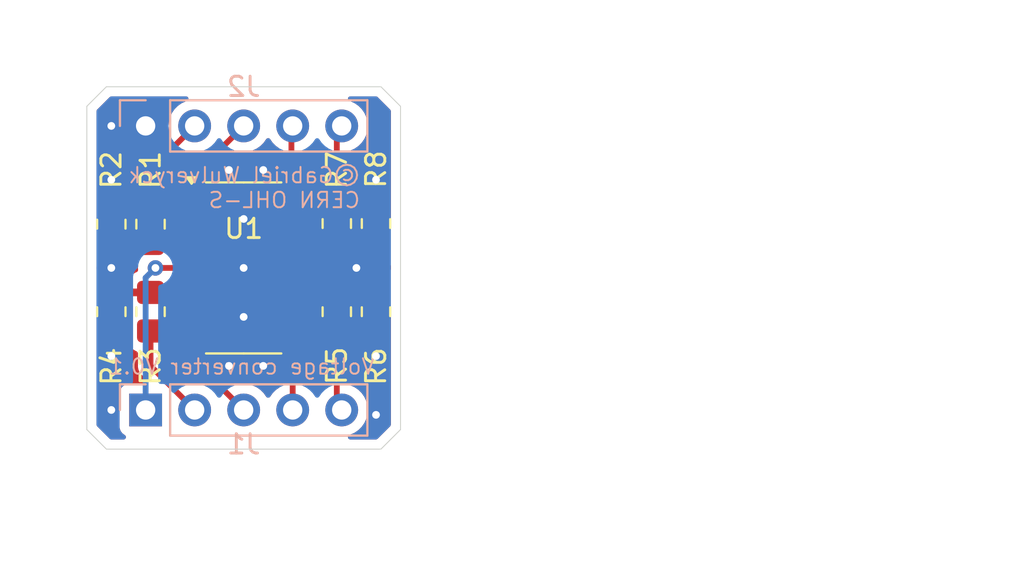
<source format=kicad_pcb>
(kicad_pcb (version 20240108) (generator "pcbnew") (generator_version "8.0")
  (layers (0 "F.Cu" signal) (31 "B.Cu" signal) (34 "B.Paste" user) (35 "F.Paste" user) (36 "B.SilkS" user "B.Silkscreen") (37 "F.SilkS" user "F.Silkscreen") (38 "B.Mask" user) (39 "F.Mask" user) (44 "Edge.Cuts" user))
  (net 0 "")
  (net 1 "VIN")
  (net 2 "GND")
  (net 3 "OUT_1")
  (net 4 "SNSR_IN_2")
  (net 5 "OUT_2")
  (net 6 "SNSR_IN_1")
  (net 7 "Net-(U1A-+)")
  (net 8 "Net-(U1B-+)")
  (net 9 "SNSR_IN_3")
  (net 10 "OUT_3")
  (net 11 "OUT_4")
  (net 12 "SNSR_IN_4")
  (net 13 "Net-(U1C-+)")
  (net 14 "Net-(U1D-+)")
  (footprint "Resistor_SMD:R_0805_2012Metric_Pad1.20x1.40mm_HandSolder" (layer "F.Cu") (at 106.934 90.408 -90)
    (property "Reference" "R5" (at 2.81 0 -90) (layer "F.SilkS"))
    (property "Value" "R")
    (fp_line (start -0.227064 0.735) (end 0.227064 0.735) (stroke (width 0.12)) (layer "F.SilkS"))
    (fp_line (start -0.227064 -0.735) (end 0.227064 -0.735) (stroke (width 0.12)) (layer "F.SilkS"))
    (pad "1" smd roundrect (at -1 0 270) (size 1.2 1.4) (layers "F.Cu" "F.Paste" "F.Mask") (roundrect_rratio 0.208333) (net 13 "Net-(U1C-+)"))
    (pad "2" smd roundrect (at 1 0 270) (size 1.2 1.4) (layers "F.Cu" "F.Paste" "F.Mask") (roundrect_rratio 0.208333) (net 9 "SNSR_IN_3"))
  )
  (footprint "Resistor_SMD:R_0805_2012Metric_Pad1.20x1.40mm_HandSolder" (layer "F.Cu") (at 95.25 85.868 -90)
    (property "Reference" "R2" (at -2.81 0 -90) (layer "F.SilkS"))
    (property "Value" "R")
    (fp_line (start -0.227064 0.735) (end 0.227064 0.735) (stroke (width 0.12)) (layer "F.SilkS"))
    (fp_line (start -0.227064 -0.735) (end 0.227064 -0.735) (stroke (width 0.12)) (layer "F.SilkS"))
    (pad "1" smd roundrect (at -1 0 270) (size 1.2 1.4) (layers "F.Cu" "F.Paste" "F.Mask") (roundrect_rratio 0.208333) (net 2 "GND"))
    (pad "2" smd roundrect (at 1 0 270) (size 1.2 1.4) (layers "F.Cu" "F.Paste" "F.Mask") (roundrect_rratio 0.208333) (net 7 "Net-(U1A-+)"))
  )
  (footprint "Resistor_SMD:R_0805_2012Metric_Pad1.20x1.40mm_HandSolder" (layer "F.Cu") (at 108.966 90.408 90)
    (property "Reference" "R6" (at -2.842 0 -90) (layer "F.SilkS"))
    (property "Value" "R")
    (fp_line (start -0.227064 -0.735) (end 0.227064 -0.735) (stroke (width 0.12)) (layer "F.SilkS"))
    (fp_line (start -0.227064 0.735) (end 0.227064 0.735) (stroke (width 0.12)) (layer "F.SilkS"))
    (pad "1" smd roundrect (at -1 0 90) (size 1.2 1.4) (layers "F.Cu" "F.Paste" "F.Mask") (roundrect_rratio 0.208333) (net 2 "GND"))
    (pad "2" smd roundrect (at 1 0 90) (size 1.2 1.4) (layers "F.Cu" "F.Paste" "F.Mask") (roundrect_rratio 0.208333) (net 13 "Net-(U1C-+)"))
  )
  (footprint "Resistor_SMD:R_0805_2012Metric_Pad1.20x1.40mm_HandSolder" (layer "F.Cu") (at 95.25 90.408 90)
    (property "Reference" "R4" (at -2.842 0 -90) (layer "F.SilkS"))
    (property "Value" "R")
    (fp_line (start -0.227064 -0.735) (end 0.227064 -0.735) (stroke (width 0.12)) (layer "F.SilkS"))
    (fp_line (start -0.227064 0.735) (end 0.227064 0.735) (stroke (width 0.12)) (layer "F.SilkS"))
    (pad "1" smd roundrect (at -1 0 90) (size 1.2 1.4) (layers "F.Cu" "F.Paste" "F.Mask") (roundrect_rratio 0.208333) (net 2 "GND"))
    (pad "2" smd roundrect (at 1 0 90) (size 1.2 1.4) (layers "F.Cu" "F.Paste" "F.Mask") (roundrect_rratio 0.208333) (net 8 "Net-(U1B-+)"))
  )
  (footprint "Package_SO:SOIC-14_3.9x8.7mm_P1.27mm" (layer "F.Cu") (at 102.108 88.138)
    (property "Reference" "U1" (at 0 -2.032 180) (layer "F.SilkS"))
    (property "Value" "LMV324")
    (fp_line (start 0 -4.435) (end -1.95 -4.435) (stroke (width 0.12)) (layer "F.SilkS"))
    (fp_line (start 0 -4.435) (end 1.95 -4.435) (stroke (width 0.12)) (layer "F.SilkS"))
    (fp_line (start 0 4.435) (end -1.95 4.435) (stroke (width 0.12)) (layer "F.SilkS"))
    (fp_line (start 0 4.435) (end 1.95 4.435) (stroke (width 0.12)) (layer "F.SilkS"))
    (fp_poly (pts (xy -2.7 -4.37) (xy -2.94 -4.7) (xy -2.46 -4.7) (xy -2.7 -4.37)) (stroke (width 0.12)) (fill solid) (layer "F.SilkS"))
    (pad "1" smd roundrect (at -2.475 -3.81) (size 1.95 0.6) (layers "F.Cu" "F.Paste" "F.Mask") (net 3 "OUT_1"))
    (pad "2" smd roundrect (at -2.475 -2.54) (size 1.95 0.6) (layers "F.Cu" "F.Paste" "F.Mask") (net 3 "OUT_1"))
    (pad "3" smd roundrect (at -2.475 -1.27) (size 1.95 0.6) (layers "F.Cu" "F.Paste" "F.Mask") (net 7 "Net-(U1A-+)"))
    (pad "4" smd roundrect (at -2.475 0) (size 1.95 0.6) (layers "F.Cu" "F.Paste" "F.Mask") (net 1 "VIN"))
    (pad "5" smd roundrect (at -2.475 1.27) (size 1.95 0.6) (layers "F.Cu" "F.Paste" "F.Mask") (net 8 "Net-(U1B-+)"))
    (pad "6" smd roundrect (at -2.475 2.54) (size 1.95 0.6) (layers "F.Cu" "F.Paste" "F.Mask") (net 5 "OUT_2"))
    (pad "7" smd roundrect (at -2.475 3.81) (size 1.95 0.6) (layers "F.Cu" "F.Paste" "F.Mask") (net 5 "OUT_2"))
    (pad "8" smd roundrect (at 2.475 3.81) (size 1.95 0.6) (layers "F.Cu" "F.Paste" "F.Mask") (net 10 "OUT_3"))
    (pad "9" smd roundrect (at 2.475 2.54) (size 1.95 0.6) (layers "F.Cu" "F.Paste" "F.Mask") (net 10 "OUT_3"))
    (pad "10" smd roundrect (at 2.475 1.27) (size 1.95 0.6) (layers "F.Cu" "F.Paste" "F.Mask") (net 13 "Net-(U1C-+)"))
    (pad "11" smd roundrect (at 2.475 0) (size 1.95 0.6) (layers "F.Cu" "F.Paste" "F.Mask") (net 2 "GND"))
    (pad "12" smd roundrect (at 2.475 -1.27) (size 1.95 0.6) (layers "F.Cu" "F.Paste" "F.Mask") (net 14 "Net-(U1D-+)"))
    (pad "13" smd roundrect (at 2.475 -2.54) (size 1.95 0.6) (layers "F.Cu" "F.Paste" "F.Mask") (net 11 "OUT_4"))
    (pad "14" smd roundrect (at 2.475 -3.81) (size 1.95 0.6) (layers "F.Cu" "F.Paste" "F.Mask") (net 11 "OUT_4"))
  )
  (footprint "Resistor_SMD:R_0805_2012Metric_Pad1.20x1.40mm_HandSolder" (layer "F.Cu") (at 97.282 85.868 90)
    (property "Reference" "R1" (at 2.81 0 90) (layer "F.SilkS"))
    (property "Value" "R")
    (fp_line (start -0.227064 -0.735) (end 0.227064 -0.735) (stroke (width 0.12)) (layer "F.SilkS"))
    (fp_line (start -0.227064 0.735) (end 0.227064 0.735) (stroke (width 0.12)) (layer "F.SilkS"))
    (pad "1" smd roundrect (at -1 0 90) (size 1.2 1.4) (layers "F.Cu" "F.Paste" "F.Mask") (roundrect_rratio 0.208333) (net 7 "Net-(U1A-+)"))
    (pad "2" smd roundrect (at 1 0 90) (size 1.2 1.4) (layers "F.Cu" "F.Paste" "F.Mask") (roundrect_rratio 0.208333) (net 6 "SNSR_IN_1"))
  )
  (footprint "Resistor_SMD:R_0805_2012Metric_Pad1.20x1.40mm_HandSolder" (layer "F.Cu") (at 97.282 90.408 -90)
    (property "Reference" "R3" (at 2.842 0 90) (layer "F.SilkS"))
    (property "Value" "R")
    (fp_line (start -0.227064 0.735) (end 0.227064 0.735) (stroke (width 0.12)) (layer "F.SilkS"))
    (fp_line (start -0.227064 -0.735) (end 0.227064 -0.735) (stroke (width 0.12)) (layer "F.SilkS"))
    (pad "1" smd roundrect (at -1 0 270) (size 1.2 1.4) (layers "F.Cu" "F.Paste" "F.Mask") (roundrect_rratio 0.208333) (net 8 "Net-(U1B-+)"))
    (pad "2" smd roundrect (at 1 0 270) (size 1.2 1.4) (layers "F.Cu" "F.Paste" "F.Mask") (roundrect_rratio 0.208333) (net 4 "SNSR_IN_2"))
  )
  (footprint "Resistor_SMD:R_0805_2012Metric_Pad1.20x1.40mm_HandSolder" (layer "F.Cu") (at 106.934 85.836 90)
    (property "Reference" "R7" (at 2.778 0 -90) (layer "F.SilkS"))
    (property "Value" "R")
    (fp_line (start -0.227064 -0.735) (end 0.227064 -0.735) (stroke (width 0.12)) (layer "F.SilkS"))
    (fp_line (start -0.227064 0.735) (end 0.227064 0.735) (stroke (width 0.12)) (layer "F.SilkS"))
    (pad "1" smd roundrect (at -1 0 90) (size 1.2 1.4) (layers "F.Cu" "F.Paste" "F.Mask") (roundrect_rratio 0.208333) (net 14 "Net-(U1D-+)"))
    (pad "2" smd roundrect (at 1 0 90) (size 1.2 1.4) (layers "F.Cu" "F.Paste" "F.Mask") (roundrect_rratio 0.208333) (net 12 "SNSR_IN_4"))
  )
  (footprint "Resistor_SMD:R_0805_2012Metric_Pad1.20x1.40mm_HandSolder" (layer "F.Cu") (at 108.966 85.836 -90)
    (property "Reference" "R8" (at -2.81 0 -90) (layer "F.SilkS"))
    (property "Value" "R")
    (fp_line (start -0.227064 0.735) (end 0.227064 0.735) (stroke (width 0.12)) (layer "F.SilkS"))
    (fp_line (start -0.227064 -0.735) (end 0.227064 -0.735) (stroke (width 0.12)) (layer "F.SilkS"))
    (pad "1" smd roundrect (at -1 0 270) (size 1.2 1.4) (layers "F.Cu" "F.Paste" "F.Mask") (roundrect_rratio 0.208333) (net 2 "GND"))
    (pad "2" smd roundrect (at 1 0 270) (size 1.2 1.4) (layers "F.Cu" "F.Paste" "F.Mask") (roundrect_rratio 0.208333) (net 14 "Net-(U1D-+)"))
  )
  (footprint "Connector_PinHeader_2.54mm:PinHeader_1x05_P2.54mm_Vertical" (layer "B.Cu") (at 97.028 95.504 -90)
    (property "Reference" "J1" (at 1.778 -5.08 360) (layer "B.SilkS") (effects (justify mirror)))
    (property "Value" "Conn_01x05_Pin" (hide yes))
    (fp_line (start -1.33 1.33) (end -1.33 0) (stroke (width 0.12)) (layer "B.SilkS"))
    (fp_line (start 0 1.33) (end -1.33 1.33) (stroke (width 0.12)) (layer "B.SilkS"))
    (fp_line (start 1.33 -1.27) (end -1.33 -1.27) (stroke (width 0.12)) (layer "B.SilkS"))
    (fp_line (start -1.33 -11.49) (end -1.33 -1.27) (stroke (width 0.12)) (layer "B.SilkS"))
    (fp_line (start 1.33 -11.49) (end 1.33 -1.27) (stroke (width 0.12)) (layer "B.SilkS"))
    (fp_line (start 1.33 -11.49) (end -1.33 -11.49) (stroke (width 0.12)) (layer "B.SilkS"))
    (pad "1" thru_hole rect (at 0 0 270) (size 1.7 1.7) (drill 1) (layers "*.Cu" "*.Mask") (net 1 "VIN"))
    (pad "2" thru_hole oval (at 0 -2.54 270) (size 1.7 1.7) (drill 1) (layers "*.Cu" "*.Mask") (net 4 "SNSR_IN_2"))
    (pad "3" thru_hole oval (at 0 -5.08 270) (size 1.7 1.7) (drill 1) (layers "*.Cu" "*.Mask") (net 5 "OUT_2"))
    (pad "4" thru_hole oval (at 0 -7.62 270) (size 1.7 1.7) (drill 1) (layers "*.Cu" "*.Mask") (net 10 "OUT_3"))
    (pad "5" thru_hole oval (at 0 -10.16 270) (size 1.7 1.7) (drill 1) (layers "*.Cu" "*.Mask") (net 9 "SNSR_IN_3"))
  )
  (footprint "Connector_PinHeader_2.54mm:PinHeader_1x05_P2.54mm_Vertical" (layer "B.Cu") (at 97.028 80.772 -90)
    (property "Reference" "J2" (at -2.032 -5.08 360) (layer "B.SilkS") (effects (justify mirror)))
    (property "Value" "Conn_01x05_Pin" (hide yes))
    (fp_line (start -1.33 1.33) (end -1.33 0) (stroke (width 0.12)) (layer "B.SilkS"))
    (fp_line (start 0 1.33) (end -1.33 1.33) (stroke (width 0.12)) (layer "B.SilkS"))
    (fp_line (start 1.33 -1.27) (end -1.33 -1.27) (stroke (width 0.12)) (layer "B.SilkS"))
    (fp_line (start -1.33 -11.49) (end -1.33 -1.27) (stroke (width 0.12)) (layer "B.SilkS"))
    (fp_line (start 1.33 -11.49) (end 1.33 -1.27) (stroke (width 0.12)) (layer "B.SilkS"))
    (fp_line (start 1.33 -11.49) (end -1.33 -11.49) (stroke (width 0.12)) (layer "B.SilkS"))
    (pad "1" thru_hole rect (at 0 0 270) (size 1.7 1.7) (drill 1) (layers "*.Cu" "*.Mask") (net 2 "GND"))
    (pad "2" thru_hole oval (at 0 -2.54 270) (size 1.7 1.7) (drill 1) (layers "*.Cu" "*.Mask") (net 6 "SNSR_IN_1"))
    (pad "3" thru_hole oval (at 0 -5.08 270) (size 1.7 1.7) (drill 1) (layers "*.Cu" "*.Mask") (net 3 "OUT_1"))
    (pad "4" thru_hole oval (at 0 -7.62 270) (size 1.7 1.7) (drill 1) (layers "*.Cu" "*.Mask") (net 11 "OUT_4"))
    (pad "5" thru_hole oval (at 0 -10.16 270) (size 1.7 1.7) (drill 1) (layers "*.Cu" "*.Mask") (net 12 "SNSR_IN_4"))
  )
  (gr_line (start 93.98 79.756) (end 93.98 96.52) (stroke (width 0.05)) (layer "Edge.Cuts"))
  (gr_line (start 109.22 78.74) (end 94.996 78.74) (stroke (width 0.05)) (layer "Edge.Cuts"))
  (gr_line (start 94.996 97.536) (end 93.98 96.52) (stroke (width 0.05)) (layer "Edge.Cuts"))
  (gr_line (start 109.22 78.74) (end 110.236 79.756) (stroke (width 0.05)) (layer "Edge.Cuts"))
  (gr_line (start 109.22 97.536) (end 110.236 96.52) (stroke (width 0.05)) (layer "Edge.Cuts"))
  (gr_line (start 110.236 96.52) (end 110.236 79.756) (stroke (width 0.05)) (layer "Edge.Cuts"))
  (gr_line (start 94.996 78.74) (end 93.98 79.756) (stroke (width 0.05)) (layer "Edge.Cuts"))
  (gr_line (start 94.996 97.536) (end 109.22 97.536) (stroke (width 0.05)) (layer "Edge.Cuts"))
  (gr_text "Voltage converter V0.1" (at 108.966 93.726 0) (layer "B.SilkS") (effects (font (size 0.8 0.8) (thickness 0.1)) (justify left bottom mirror)))
  (gr_text "©Gabriel Wulveryck\nCERN OHL-S" (at 108.204 85.09 0) (layer "B.SilkS") (effects (font (size 0.8 0.8) (thickness 0.1)) (justify left bottom mirror)))
  (segment (start 99.633 88.138) (end 97.536 88.138) (width 0.3) (layer "F.Cu") (net 1))
  (via (at 97.536 88.138) (size 0.8) (drill 0.4) (layers "F.Cu" "B.Cu") (net 1))
  (segment (start 97.028 88.646) (end 97.028 95.504) (width 0.3) (layer "B.Cu") (net 1))
  (segment (start 97.536 88.138) (end 97.028 88.646) (width 0.3) (layer "B.Cu") (net 1))
  (segment (start 108.966 84.836) (end 108.966 83.566) (width 0.4) (layer "F.Cu") (net 2))
  (segment (start 95.25 91.408) (end 95.25 92.71) (width 0.4) (layer "F.Cu") (net 2))
  (segment (start 95.25 84.868) (end 95.25 83.566) (width 0.4) (layer "F.Cu") (net 2))
  (segment (start 108.966 91.408) (end 108.966 92.71) (width 0.4) (layer "F.Cu") (net 2))
  (via (at 101.346 93.218) (size 0.8) (drill 0.4) (layers "F.Cu" "B.Cu") (net 2))
  (via (at 95.25 88.138) (size 0.8) (drill 0.4) (layers "F.Cu" "B.Cu") (net 2))
  (via (at 108.966 95.758) (size 0.8) (drill 0.4) (layers "F.Cu" "B.Cu") (net 2))
  (via (at 95.25 95.504) (size 0.8) (drill 0.4) (layers "F.Cu" "B.Cu") (net 2))
  (via (at 95.25 80.772) (size 0.8) (drill 0.4) (layers "F.Cu" "B.Cu") (net 2))
  (via (at 95.25 92.71) (size 0.8) (drill 0.4) (layers "F.Cu" "B.Cu") (net 2))
  (via (at 101.346 83.058) (size 0.8) (drill 0.4) (layers "F.Cu" "B.Cu") (net 2))
  (via (at 102.108 88.138) (size 0.8) (drill 0.4) (layers "F.Cu" "B.Cu") (net 2))
  (via (at 102.108 90.678) (size 0.8) (drill 0.4) (layers "F.Cu" "B.Cu") (net 2))
  (via (at 107.95 88.138) (size 0.8) (drill 0.4) (layers "F.Cu" "B.Cu") (net 2))
  (via (at 95.25 83.566) (size 0.8) (drill 0.4) (layers "F.Cu" "B.Cu") (net 2))
  (via (at 103.124 93.218) (size 0.8) (drill 0.4) (layers "F.Cu" "B.Cu") (net 2))
  (via (at 108.966 83.566) (size 0.8) (drill 0.4) (layers "F.Cu" "B.Cu") (net 2))
  (via (at 108.966 92.71) (size 0.8) (drill 0.4) (layers "F.Cu" "B.Cu") (net 2))
  (via (at 103.124 83.058) (size 0.8) (drill 0.4) (layers "F.Cu" "B.Cu") (net 2))
  (via (at 102.108 85.598) (size 0.8) (drill 0.4) (layers "F.Cu" "B.Cu") (net 2))
  (segment (start 99.633 84.328) (end 99.633 83.247) (width 0.3) (layer "F.Cu") (net 3))
  (segment (start 99.633 85.533) (end 99.633 84.328) (width 0.4) (layer "F.Cu") (net 3))
  (segment (start 99.633 83.247) (end 102.108 80.772) (width 0.3) (layer "F.Cu") (net 3))
  (segment (start 97.282 93.218) (end 99.568 95.504) (width 0.3) (layer "F.Cu") (net 4))
  (segment (start 97.282 91.408) (end 97.282 93.218) (width 0.3) (layer "F.Cu") (net 4))
  (segment (start 102.108 95.504) (end 99.633 93.029) (width 0.3) (layer "F.Cu") (net 5))
  (segment (start 99.633 93.029) (end 99.633 91.948) (width 0.3) (layer "F.Cu") (net 5))
  (segment (start 99.698 91.948) (end 99.698 90.678) (width 0.4) (layer "F.Cu") (net 5))
  (segment (start 97.282 84.614) (end 97.282 83.058) (width 0.3) (layer "F.Cu") (net 6))
  (segment (start 97.282 83.058) (end 99.568 80.772) (width 0.3) (layer "F.Cu") (net 6))
  (segment (start 95.25 86.868) (end 97.536 86.868) (width 0.4) (layer "F.Cu") (net 7))
  (segment (start 97.536 86.868) (end 99.633 86.868) (width 0.3) (layer "F.Cu") (net 7))
  (segment (start 97.282 89.408) (end 95.25 89.408) (width 0.4) (layer "F.Cu") (net 8))
  (segment (start 97.282 89.408) (end 99.633 89.408) (width 0.3) (layer "F.Cu") (net 8))
  (segment (start 106.934 94.996) (end 106.934 91.408) (width 0.3) (layer "F.Cu") (net 9))
  (segment (start 107.188 95.504) (end 107.188 95.25) (width 0.25) (layer "F.Cu") (net 9))
  (segment (start 107.188 95.25) (end 106.934 94.996) (width 0.25) (layer "F.Cu") (net 9))
  (segment (start 104.648 95.504) (end 104.648 92.013) (width 0.3) (layer "F.Cu") (net 10))
  (segment (start 104.648 92.013) (end 104.583 91.948) (width 0.25) (layer "F.Cu") (net 10))
  (segment (start 104.583 84.328) (end 104.583 80.837) (width 0.3) (layer "F.Cu") (net 11))
  (segment (start 104.583 84.328) (end 104.583 85.598) (width 0.4) (layer "F.Cu") (net 11))
  (segment (start 104.583 80.837) (end 104.648 80.772) (width 0.25) (layer "F.Cu") (net 11))
  (segment (start 106.934 84.836) (end 106.934 81.026) (width 0.3) (layer "F.Cu") (net 12))
  (segment (start 106.934 81.026) (end 107.188 80.772) (width 0.25) (layer "F.Cu") (net 12))
  (segment (start 104.583 89.408) (end 106.934 89.408) (width 0.3) (layer "F.Cu") (net 13))
  (segment (start 108.966 89.408) (end 106.934 89.408) (width 0.3) (layer "F.Cu") (net 13))
  (segment (start 104.583 86.868) (end 106.902 86.868) (width 0.3) (layer "F.Cu") (net 14))
  (segment (start 106.966 86.868) (end 106.934 86.836) (width 0.25) (layer "F.Cu") (net 14))
  (segment (start 106.902 86.868) (end 106.934 86.836) (width 0.25) (layer "F.Cu") (net 14))
  (segment (start 108.966 86.868) (end 106.966 86.868) (width 0.4) (layer "F.Cu") (net 14))
  (zone (net 2) (net_name "GND") (layers "F&B.Cu") (priority 1) (connect_pads yes (clearance 0.5)) (min_thickness 0.25) (fill yes (thermal_gap 0.5) (thermal_bridge_width 0.5))
    (polygon (pts (xy 93.98 78.74) (xy 110.236 78.74) (xy 110.236 97.536) (xy 93.98 97.536)))
  )
)
</source>
